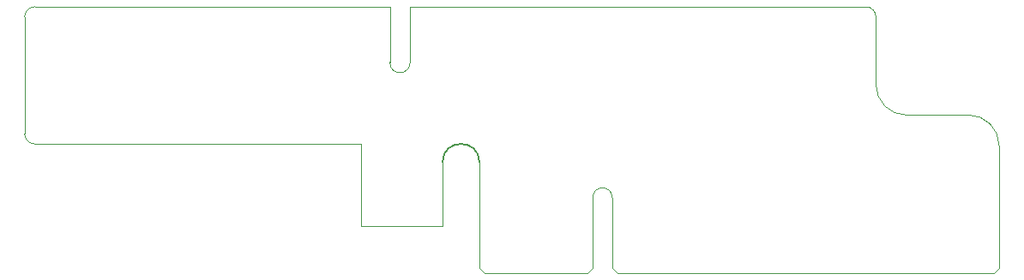
<source format=gm1>
%TF.GenerationSoftware,KiCad,Pcbnew,5.1.5+dfsg1-2build2*%
%TF.CreationDate,2020-11-04T23:41:29+01:00*%
%TF.ProjectId,HPE_FlexibleLOM_adapter_x4,4850455f-466c-4657-9869-626c654c4f4d,1.0 11.2020*%
%TF.SameCoordinates,Original*%
%TF.FileFunction,Profile,NP*%
%FSLAX46Y46*%
G04 Gerber Fmt 4.6, Leading zero omitted, Abs format (unit mm)*
G04 Created by KiCad (PCBNEW 5.1.5+dfsg1-2build2) date 2020-11-04 23:41:29*
%MOMM*%
%LPD*%
G04 APERTURE LIST*
%TA.AperFunction,Profile*%
%ADD10C,0.050000*%
%TD*%
%TA.AperFunction,Profile*%
%ADD11C,0.150000*%
%TD*%
%TA.AperFunction,Profile*%
%ADD12C,0.120000*%
%TD*%
%TA.AperFunction,Profile*%
%ADD13C,0.100000*%
%TD*%
G04 APERTURE END LIST*
D10*
X74450000Y-101000000D02*
G75*
G02X75450000Y-100000000I1000000J0D01*
G01*
X75450000Y-113550000D02*
G75*
G02X74450000Y-112550000I0J1000000D01*
G01*
X74450000Y-101000000D02*
X74450000Y-112550000D01*
X94500000Y-113550000D02*
X75450000Y-113550000D01*
X167650000Y-110700000D02*
G75*
G02X170650000Y-113700000I0J-3000000D01*
G01*
X161500000Y-110700000D02*
X167650000Y-110700000D01*
X161500000Y-110700000D02*
G75*
G02X158500000Y-107700000I0J3000000D01*
G01*
X157500000Y-100000000D02*
G75*
G02X158500000Y-101000000I0J-1000000D01*
G01*
X158500000Y-101000000D02*
X158500000Y-107700000D01*
X157500000Y-100000000D02*
X156500000Y-100000000D01*
X119350000Y-115375000D02*
X119350000Y-117900000D01*
X115700000Y-121650000D02*
X107700000Y-121650000D01*
X115700000Y-115375000D02*
X115700000Y-121650000D01*
X170650000Y-117900000D02*
X170650000Y-113700000D01*
X75450000Y-100000000D02*
X93500000Y-100000000D01*
D11*
X115700000Y-115375000D02*
G75*
G02X119350000Y-115375000I1825000J0D01*
G01*
D10*
X94500000Y-113550000D02*
X107700000Y-113550000D01*
X107700000Y-113550000D02*
X107700000Y-121650000D01*
D12*
%TO.C,J2*%
X93500000Y-100000000D02*
X110500000Y-100000000D01*
X112500000Y-100000000D02*
X156500000Y-100000000D01*
X112500000Y-105500000D02*
X112500000Y-100000000D01*
X110500000Y-100000000D02*
X110500000Y-105500000D01*
X112500000Y-105500000D02*
G75*
G02X110500000Y-105500000I-1000000J0D01*
G01*
D13*
%TO.C,J1*%
X130550000Y-118850000D02*
G75*
G02X132450000Y-118850000I950000J0D01*
G01*
X130550000Y-118850000D02*
X130550000Y-125800000D01*
X132450000Y-118850000D02*
X132450000Y-125800000D01*
X119350000Y-117900000D02*
X119350000Y-125800000D01*
X119850000Y-126300000D02*
X130050000Y-126300000D01*
X170650000Y-117900000D02*
X170650000Y-125800000D01*
X132950000Y-126300000D02*
X170150000Y-126300000D01*
X119350000Y-125800000D02*
X119850000Y-126300000D01*
X130550000Y-125800000D02*
X130050000Y-126300000D01*
X132450000Y-125800000D02*
X132950000Y-126300000D01*
X170650000Y-125800000D02*
X170150000Y-126300000D01*
%TD*%
M02*

</source>
